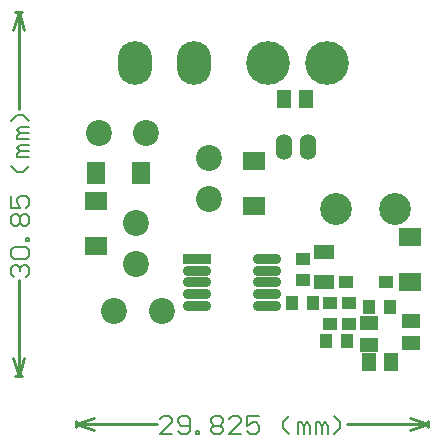
<source format=gbs>
*
%LPD*%
%LNVIPer01-buck.GBS*%
%FSLAX24Y24*%
%MOIN*%
%AD*%
%ADD10C,0.009843*%
%ADD11C,0.005906*%
%ADD38C,0.106299*%
%ADD39C,0.145669*%
%ADD40O,0.114173X0.145669*%
%ADD41C,0.086614*%
%ADD42O,0.055118X0.086614*%
%ADD43R,0.072835X0.064961*%
%ADD44R,0.064961X0.072835*%
%ADD45R,0.047244X0.03937*%
%ADD46R,0.047244X0.059055*%
%ADD47R,0.03937X0.047244*%
%ADD48R,0.066929X0.051181*%
%ADD49R,0.059055X0.047244*%
%ADD50O,0.094488X0.035433*%
%ADD51O,0.094488X0.035433*%
%ADD52R,0.094488X0.035433*%
G54D10*
%SRX1Y1I0.0J0.0*%
G1X91720Y87441D2*
G1X91921Y87441D1*
G1X91720Y75295D2*
G1X91921Y75295D1*
G1X91823Y87441D2*
G1X92020Y86839D1*
G1X91622Y86839D2*
G1X91823Y87441D1*
G1X91823Y75295D2*
G1X92020Y75894D1*
G1X91622Y75894D2*
G1X91823Y75295D1*
G1X91823Y84224D2*
G1X91823Y87441D1*
G1X91823Y75295D2*
G1X91823Y78508D1*
G1X105472Y73618D2*
G1X105472Y73819D1*
G1X93732Y73618D2*
G1X93732Y73819D1*
G1X104874Y73520D2*
G1X105472Y73720D1*
G1X104874Y73917D2*
G1X105472Y73720D1*
G1X93732Y73720D2*
G1X94331Y73520D1*
G1X93732Y73720D2*
G1X94331Y73917D1*
G1X102760Y73720D2*
G1X105472Y73720D1*
G1X93732Y73720D2*
G1X96441Y73720D1*
G1X91681Y78606D2*
G54D11*
G1X91583Y78709D1*
G1X91583Y78909D1*
G1X91681Y79008D1*
G1X91780Y79008D1*
G1X91882Y78909D1*
G1X91882Y78807D1*
G1X91882Y78909D1*
G1X91980Y79008D1*
G1X92083Y79008D1*
G1X92181Y78909D1*
G1X92181Y78709D1*
G1X92083Y78606D1*
G1X91681Y79209D2*
G1X91583Y79307D1*
G1X91583Y79508D1*
G1X91681Y79606D1*
G1X92083Y79606D1*
G1X92181Y79508D1*
G1X92181Y79307D1*
G1X92083Y79209D1*
G1X91681Y79209D1*
G1X92181Y79807D2*
G1X92083Y79807D1*
G1X92083Y79906D1*
G1X92181Y79906D1*
G1X92181Y79807D1*
G1X91681Y80307D2*
G1X91583Y80406D1*
G1X91583Y80606D1*
G1X91681Y80709D1*
G1X91780Y80709D1*
G1X91882Y80606D1*
G1X91980Y80709D1*
G1X92083Y80709D1*
G1X92181Y80606D1*
G1X92181Y80406D1*
G1X92083Y80307D1*
G1X91980Y80307D1*
G1X91882Y80406D1*
G1X91780Y80307D1*
G1X91681Y80307D1*
G1X91882Y80406D2*
G1X91882Y80606D1*
G1X91583Y81307D2*
G1X91583Y80906D1*
G1X91882Y80906D1*
G1X91780Y81106D1*
G1X91780Y81209D1*
G1X91882Y81307D1*
G1X92083Y81307D1*
G1X92181Y81209D1*
G1X92181Y81008D1*
G1X92083Y80906D1*
G1X92181Y82307D2*
G1X91980Y82106D1*
G1X91780Y82106D1*
G1X91583Y82307D1*
G1X92181Y82606D2*
G1X91780Y82606D1*
G1X91780Y82705D1*
G1X91882Y82807D1*
G1X92181Y82807D1*
G1X91882Y82807D1*
G1X91780Y82906D1*
G1X91882Y83008D1*
G1X92181Y83008D1*
G1X92181Y83205D2*
G1X91780Y83205D1*
G1X91780Y83307D1*
G1X91882Y83406D1*
G1X92181Y83406D1*
G1X91882Y83406D1*
G1X91780Y83508D1*
G1X91882Y83606D1*
G1X92181Y83606D1*
G1X92181Y83807D2*
G1X91980Y84008D1*
G1X91780Y84008D1*
G1X91583Y83807D1*
G1X96941Y73358D2*
G1X96543Y73358D1*
G1X96941Y73760D1*
G1X96941Y73858D1*
G1X96843Y73961D1*
G1X96642Y73961D1*
G1X96543Y73858D1*
G1X97142Y73461D2*
G1X97244Y73358D1*
G1X97441Y73358D1*
G1X97543Y73461D1*
G1X97543Y73858D1*
G1X97441Y73961D1*
G1X97244Y73961D1*
G1X97142Y73858D1*
G1X97142Y73760D1*
G1X97244Y73657D1*
G1X97543Y73657D1*
G1X97744Y73358D2*
G1X97744Y73461D1*
G1X97843Y73461D1*
G1X97843Y73358D1*
G1X97744Y73358D1*
G1X98240Y73858D2*
G1X98343Y73961D1*
G1X98543Y73961D1*
G1X98642Y73858D1*
G1X98642Y73760D1*
G1X98543Y73657D1*
G1X98642Y73559D1*
G1X98642Y73461D1*
G1X98543Y73358D1*
G1X98343Y73358D1*
G1X98240Y73461D1*
G1X98240Y73559D1*
G1X98343Y73657D1*
G1X98240Y73760D1*
G1X98240Y73858D1*
G1X98343Y73657D2*
G1X98543Y73657D1*
G1X99240Y73358D2*
G1X98843Y73358D1*
G1X99240Y73760D1*
G1X99240Y73858D1*
G1X99142Y73961D1*
G1X98941Y73961D1*
G1X98843Y73858D1*
G1X99843Y73961D2*
G1X99441Y73961D1*
G1X99441Y73657D1*
G1X99642Y73760D1*
G1X99740Y73760D1*
G1X99843Y73657D1*
G1X99843Y73461D1*
G1X99740Y73358D1*
G1X99543Y73358D1*
G1X99441Y73461D1*
G1X100843Y73358D2*
G1X100642Y73559D1*
G1X100642Y73760D1*
G1X100843Y73961D1*
G1X101142Y73358D2*
G1X101142Y73760D1*
G1X101240Y73760D1*
G1X101343Y73657D1*
G1X101343Y73358D1*
G1X101343Y73657D1*
G1X101441Y73760D1*
G1X101539Y73657D1*
G1X101539Y73358D1*
G1X101740Y73358D2*
G1X101740Y73760D1*
G1X101843Y73760D1*
G1X101941Y73657D1*
G1X101941Y73358D1*
G1X101941Y73657D1*
G1X102039Y73760D1*
G1X102142Y73657D1*
G1X102142Y73358D1*
G1X102343Y73358D2*
G1X102539Y73559D1*
G1X102539Y73760D1*
G1X102343Y73961D1*
G54D38*
G1X104362Y80866D3*
G1X102394Y80866D3*
G54D39*
G1X100150Y85728D3*
G1X102118Y85728D3*
G54D40*
G1X97657Y85736D3*
G1X95689Y85736D3*
G54D41*
G1X95020Y77461D3*
G1X96083Y83406D3*
G1X94508Y83406D3*
G1X96594Y77461D3*
G1X98181Y82579D3*
G1X98181Y81201D3*
G1X95748Y79035D3*
G1X95748Y80413D3*
G54D42*
G1X100669Y82953D3*
G1X101457Y82953D3*
G54D43*
G1X94409Y81130D3*
G1X94409Y79634D3*
G1X99657Y82461D3*
G1X99657Y80965D3*
G1X104882Y79929D3*
G1X104882Y78433D3*
G54D44*
G1X95906Y82075D3*
G1X94409Y82075D3*
G54D45*
G1X104087Y78433D3*
G1X102728Y78433D3*
G1X102827Y77047D3*
G1X102827Y77756D3*
G1X102197Y77756D3*
G1X102197Y77047D3*
G1X101299Y79213D3*
G1X101299Y78504D3*
G54D46*
G1X104252Y75787D3*
G1X103504Y75787D3*
G1X100661Y84535D3*
G1X101409Y84535D3*
G54D47*
G1X102787Y76484D3*
G1X102079Y76484D3*
G1X103496Y77618D3*
G1X104205Y77618D3*
G1X100945Y77744D3*
G1X101654Y77744D3*
G54D48*
G1X101988Y78445D3*
G1X101988Y79429D3*
G54D49*
G1X103504Y76327D3*
G1X103504Y77075D3*
G1X104894Y76406D3*
G1X104894Y77154D3*
G54D50*
G1X100098Y79213D3*
G1X100098Y78819D3*
G1X100098Y77638D3*
G1X97756Y77638D3*
G1X97756Y78819D3*
G1X97756Y78425D3*
G1X97756Y78031D3*
G1X100098Y78425D3*
G54D51*
G1X100098Y78031D3*
G54D52*
G1X97756Y79213D3*
M2*

</source>
